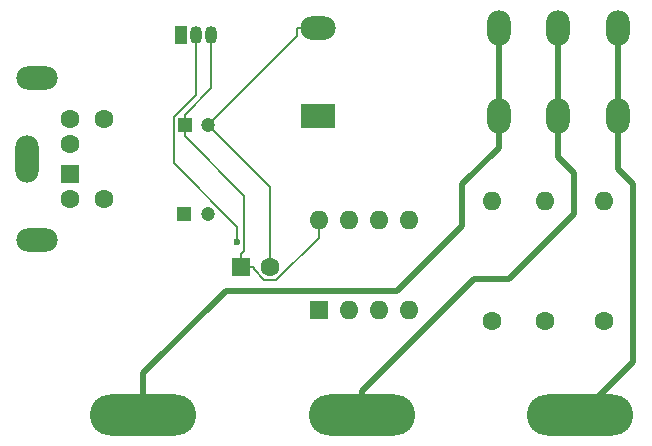
<source format=gbr>
%TF.GenerationSoftware,KiCad,Pcbnew,8.0.4*%
%TF.CreationDate,2024-08-25T11:04:54+02:00*%
%TF.ProjectId,Relais-M,52656c61-6973-42d4-9d2e-6b696361645f,rev?*%
%TF.SameCoordinates,Original*%
%TF.FileFunction,Copper,L2,Bot*%
%TF.FilePolarity,Positive*%
%FSLAX46Y46*%
G04 Gerber Fmt 4.6, Leading zero omitted, Abs format (unit mm)*
G04 Created by KiCad (PCBNEW 8.0.4) date 2024-08-25 11:04:54*
%MOMM*%
%LPD*%
G01*
G04 APERTURE LIST*
%TA.AperFunction,ComponentPad*%
%ADD10C,1.600000*%
%TD*%
%TA.AperFunction,ComponentPad*%
%ADD11O,1.600000X1.600000*%
%TD*%
%TA.AperFunction,ComponentPad*%
%ADD12O,9.000000X3.500000*%
%TD*%
%TA.AperFunction,ComponentPad*%
%ADD13R,1.200000X1.200000*%
%TD*%
%TA.AperFunction,ComponentPad*%
%ADD14C,1.200000*%
%TD*%
%TA.AperFunction,ComponentPad*%
%ADD15R,1.050000X1.500000*%
%TD*%
%TA.AperFunction,ComponentPad*%
%ADD16O,1.050000X1.500000*%
%TD*%
%TA.AperFunction,ComponentPad*%
%ADD17R,1.600000X1.600000*%
%TD*%
%TA.AperFunction,ComponentPad*%
%ADD18O,3.500000X2.000000*%
%TD*%
%TA.AperFunction,ComponentPad*%
%ADD19O,2.000000X4.000000*%
%TD*%
%TA.AperFunction,ComponentPad*%
%ADD20O,2.000000X3.000000*%
%TD*%
%TA.AperFunction,ComponentPad*%
%ADD21R,3.000000X2.000000*%
%TD*%
%TA.AperFunction,ComponentPad*%
%ADD22O,3.000000X2.000000*%
%TD*%
%TA.AperFunction,ViaPad*%
%ADD23C,0.600000*%
%TD*%
%TA.AperFunction,Conductor*%
%ADD24C,0.200000*%
%TD*%
%TA.AperFunction,Conductor*%
%ADD25C,0.500000*%
%TD*%
G04 APERTURE END LIST*
D10*
%TO.P,R3,1*%
%TO.N,Net-(Q1-B)*%
X162000000Y-69580000D03*
D11*
%TO.P,R3,2*%
%TO.N,Net-(C3-Pad2)*%
X162000000Y-59420000D03*
%TD*%
D10*
%TO.P,R2,1*%
%TO.N,Net-(U1-PB2)*%
X171500000Y-69580000D03*
D11*
%TO.P,R2,2*%
%TO.N,Net-(Q1-E)*%
X171500000Y-59420000D03*
%TD*%
D10*
%TO.P,R1,1*%
%TO.N,Net-(U1-AREF{slash}PB0)*%
X166500000Y-69580000D03*
D11*
%TO.P,R1,2*%
%TO.N,Net-(Q1-E)*%
X166500000Y-59420000D03*
%TD*%
D12*
%TO.P,J2,1,Pin_1*%
%TO.N,Net-(J2-Pin_1)*%
X151000000Y-77500000D03*
%TD*%
D13*
%TO.P,C3,1*%
%TO.N,Net-(U1-PB2)*%
X136000000Y-60500000D03*
D14*
%TO.P,C3,2*%
%TO.N,Net-(C3-Pad2)*%
X138000000Y-60500000D03*
%TD*%
D12*
%TO.P,J4,1,Pin_1*%
%TO.N,Net-(J4-Pin_1)*%
X132500000Y-77500000D03*
%TD*%
D15*
%TO.P,Q1,1,C*%
%TO.N,Net-(Q1-C)*%
X135730000Y-45360000D03*
D16*
%TO.P,Q1,2,B*%
%TO.N,Net-(Q1-B)*%
X137000000Y-45360000D03*
%TO.P,Q1,3,E*%
%TO.N,Net-(Q1-E)*%
X138270000Y-45360000D03*
%TD*%
D12*
%TO.P,J3,1,Pin_1*%
%TO.N,Net-(J3-Pin_1)*%
X169500000Y-77500000D03*
%TD*%
D13*
%TO.P,C2,1*%
%TO.N,Net-(Q1-E)*%
X136027400Y-53000000D03*
D14*
%TO.P,C2,2*%
%TO.N,Net-(U1-GND)*%
X138027400Y-53000000D03*
%TD*%
D17*
%TO.P,J1,1*%
%TO.N,Net-(U1-AREF{slash}PB0)*%
X126350000Y-57150000D03*
D10*
%TO.P,J1,2*%
%TO.N,unconnected-(J1-Pad2)*%
X126350000Y-54550000D03*
%TO.P,J1,3*%
%TO.N,Net-(U1-GND)*%
X126350000Y-59250000D03*
%TO.P,J1,4*%
%TO.N,Net-(Q1-E)*%
X126350000Y-52450000D03*
%TO.P,J1,5*%
%TO.N,Net-(U1-PB2)*%
X129150000Y-59250000D03*
%TO.P,J1,6*%
%TO.N,unconnected-(J1-Pad6)*%
X129150000Y-52450000D03*
D18*
%TO.P,J1,7*%
%TO.N,N/C*%
X123500000Y-49000000D03*
D19*
X122700000Y-55850000D03*
D18*
X123500000Y-62700000D03*
%TD*%
D17*
%TO.P,U1,1,~{RESET}/PB5*%
%TO.N,unconnected-(U1-~{RESET}{slash}PB5-Pad1)*%
X147380000Y-68620000D03*
D11*
%TO.P,U1,2,XTAL1/PB3*%
%TO.N,unconnected-(U1-XTAL1{slash}PB3-Pad2)*%
X149920000Y-68620000D03*
%TO.P,U1,3,XTAL2/PB4*%
%TO.N,unconnected-(U1-XTAL2{slash}PB4-Pad3)*%
X152460000Y-68620000D03*
%TO.P,U1,4,GND*%
%TO.N,Net-(U1-GND)*%
X155000000Y-68620000D03*
%TO.P,U1,5,AREF/PB0*%
%TO.N,Net-(U1-AREF{slash}PB0)*%
X155000000Y-61000000D03*
%TO.P,U1,6,PB1*%
%TO.N,unconnected-(U1-PB1-Pad6)*%
X152460000Y-61000000D03*
%TO.P,U1,7,PB2*%
%TO.N,Net-(U1-PB2)*%
X149920000Y-61000000D03*
%TO.P,U1,8,VCC*%
%TO.N,Net-(Q1-E)*%
X147380000Y-61000000D03*
%TD*%
D20*
%TO.P,K1,11*%
%TO.N,Net-(J2-Pin_1)*%
X167650000Y-44750000D03*
X167650000Y-52250000D03*
%TO.P,K1,12*%
%TO.N,Net-(J4-Pin_1)*%
X162610000Y-44750000D03*
X162610000Y-52250000D03*
%TO.P,K1,14*%
%TO.N,Net-(J3-Pin_1)*%
X172690000Y-44750000D03*
X172690000Y-52250000D03*
D21*
%TO.P,K1,A1*%
%TO.N,Net-(Q1-C)*%
X147350000Y-52250000D03*
D22*
%TO.P,K1,A2*%
%TO.N,Net-(U1-GND)*%
X147350000Y-44750000D03*
%TD*%
D17*
%TO.P,C1,1*%
%TO.N,Net-(Q1-E)*%
X140771100Y-65000000D03*
D10*
%TO.P,C1,2*%
%TO.N,Net-(U1-GND)*%
X143271100Y-65000000D03*
%TD*%
D23*
%TO.N,Net-(Q1-B)*%
X140468500Y-62878500D03*
%TD*%
D24*
%TO.N,Net-(Q1-B)*%
X140468500Y-61580850D02*
X140468500Y-62878500D01*
X135113600Y-56225950D02*
X140468500Y-61580850D01*
X135113600Y-52287100D02*
X135113600Y-56225950D01*
X137000000Y-50400700D02*
X135113600Y-52287100D01*
X137000000Y-45360000D02*
X137000000Y-50400700D01*
D25*
%TO.N,Net-(J2-Pin_1)*%
X163500000Y-66000000D02*
X160500000Y-66000000D01*
X167650000Y-55650000D02*
X169000000Y-57000000D01*
X169000000Y-57000000D02*
X169000000Y-60500000D01*
X151000000Y-75500000D02*
X151000000Y-77500000D01*
X167650000Y-52250000D02*
X167650000Y-55650000D01*
X169000000Y-60500000D02*
X163500000Y-66000000D01*
X160500000Y-66000000D02*
X151000000Y-75500000D01*
%TO.N,Net-(J4-Pin_1)*%
X154000000Y-67000000D02*
X148049100Y-67000000D01*
X159500000Y-58000000D02*
X159500000Y-61500000D01*
X159500000Y-61500000D02*
X154000000Y-67000000D01*
X162610000Y-54890000D02*
X159500000Y-58000000D01*
X162610000Y-52250000D02*
X162610000Y-54890000D01*
X132500000Y-74000000D02*
X139500000Y-67000000D01*
X139500000Y-67000000D02*
X148049100Y-67000000D01*
X132500000Y-77500000D02*
X132500000Y-74000000D01*
%TO.N,Net-(J3-Pin_1)*%
X172690000Y-56690000D02*
X174000000Y-58000000D01*
X172690000Y-52250000D02*
X172690000Y-56690000D01*
X174000000Y-73000000D02*
X174000000Y-58000000D01*
X169500000Y-77500000D02*
X174000000Y-73000000D01*
%TO.N,Net-(J4-Pin_1)*%
X162610000Y-44750000D02*
X162610000Y-52250000D01*
%TO.N,Net-(J3-Pin_1)*%
X172690000Y-44750000D02*
X172690000Y-52250000D01*
%TO.N,Net-(J2-Pin_1)*%
X167650000Y-44750000D02*
X167650000Y-52250000D01*
D24*
%TO.N,Net-(U1-GND)*%
X145548300Y-45479100D02*
X138027400Y-53000000D01*
X145548300Y-44750000D02*
X145548300Y-45479100D01*
X147350000Y-44750000D02*
X145548300Y-44750000D01*
X143271100Y-58243700D02*
X138027400Y-53000000D01*
X143271100Y-65000000D02*
X143271100Y-58243700D01*
%TO.N,Net-(Q1-E)*%
X136027400Y-53000000D02*
X136027400Y-53901700D01*
X138270000Y-49855700D02*
X136027400Y-52098300D01*
X138270000Y-45360000D02*
X138270000Y-49855700D01*
X136027400Y-53000000D02*
X136027400Y-52098300D01*
X141872800Y-65202000D02*
X141872800Y-65000000D01*
X142773100Y-66102300D02*
X141872800Y-65202000D01*
X143786100Y-66102300D02*
X142773100Y-66102300D01*
X147380000Y-62508400D02*
X143786100Y-66102300D01*
X147380000Y-61000000D02*
X147380000Y-62508400D01*
X140771100Y-65000000D02*
X141872800Y-65000000D01*
X140771100Y-65000000D02*
X140771100Y-63898300D01*
X141070200Y-58944500D02*
X136027400Y-53901700D01*
X141070200Y-63599200D02*
X141070200Y-58944500D01*
X140771100Y-63898300D02*
X141070200Y-63599200D01*
%TD*%
M02*

</source>
